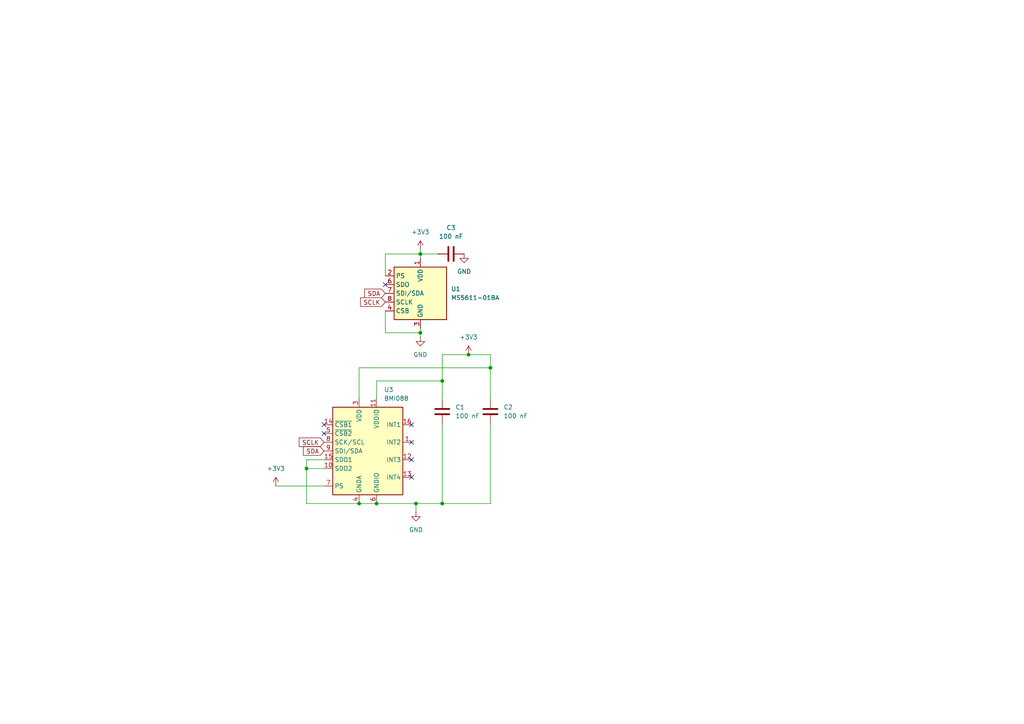
<source format=kicad_sch>
(kicad_sch (version 20250114) (generator "eeschema") (generator_version "9.0")
  (paper "A4")
  (lib_symbols
    (symbol "Device:C" (pin_numbers (hide yes)) (pin_names (offset 0.254))
      (property "Reference" "C" (at 0.635 2.54 0))
      (property "Value" "C" (at 0.635 -2.54 0))
      (symbol "C_0_1"
        (polyline (pts (xy -2.032 0.762) (xy 2.032 0.762)) (stroke (width 0.508)))
        (polyline (pts (xy -2.032 -0.762) (xy 2.032 -0.762)) (stroke (width 0.508)))
      )
      (symbol "C_1_1"
        (pin passive line (at 0 3.81 270) (length 2.794) (name "~") (number "1"))
        (pin passive line (at 0 -3.81 90) (length 2.794) (name "~") (number "2"))
      )
    )
    (symbol "Sensor_Motion:BMI088"
      (property "Reference" "U" (at -8.89 13.97 0))
      (property "Value" "BMI088" (at 8.89 13.97 0))
      (symbol "BMI088_1_1"
        (rectangle (start -10.16 12.7) (end 10.16 -12.7) (stroke (width 0.254)) (fill (type background)))
        (pin input line (at -12.7 7.62 0) (length 2.54) (name "~{CSB1}") (number "14"))
        (pin input line (at -12.7 5.08 0) (length 2.54) (name "~{CSB2}") (number "5"))
        (pin input line (at -12.7 2.54 0) (length 2.54) (name "SCK/SCL") (number "8"))
        (pin bidirectional line (at -12.7 0 0) (length 2.54) (name "SDI/SDA") (number "9"))
        (pin output line (at -12.7 -2.54 0) (length 2.54) (name "SDO1") (number "15"))
        (pin output line (at -12.7 -5.08 0) (length 2.54) (name "SDO2") (number "10"))
        (pin input line (at -12.7 -10.16 0) (length 2.54) (name "PS") (number "7"))
        (pin power_in line (at -2.54 15.24 270) (length 2.54) (name "VDD") (number "3"))
        (pin passive line (at -2.54 -15.24 90) (length 2.54) (hide yes) (name "GNDA") (number "2"))
        (pin power_in line (at -2.54 -15.24 90) (length 2.54) (name "GNDA") (number "4"))
        (pin power_in line (at 2.54 15.24 270) (length 2.54) (name "VDDIO") (number "11"))
        (pin power_in line (at 2.54 -15.24 90) (length 2.54) (name "GNDIO") (number "6"))
        (pin bidirectional line (at 12.7 7.62 180) (length 2.54) (name "INT1") (number "16"))
        (pin bidirectional line (at 12.7 2.54 180) (length 2.54) (name "INT2") (number "1"))
        (pin bidirectional line (at 12.7 -2.54 180) (length 2.54) (name "INT3") (number "12"))
        (pin bidirectional line (at 12.7 -7.62 180) (length 2.54) (name "INT4") (number "13"))
      )
    )
    (symbol "Sensor_Pressure:MS5611-01BA"
      (property "Reference" "U" (at -6.35 8.89 0))
      (property "Value" "MS5611-01BA" (at 7.62 8.89 0))
      (symbol "MS5611-01BA_0_1"
        (rectangle (start -7.62 7.62) (end 7.62 -7.62) (stroke (width 0.254)) (fill (type background)))
      )
      (symbol "MS5611-01BA_1_1"
        (pin input line (at -10.16 5.08 0) (length 2.54) (name "PS") (number "2"))
        (pin output line (at -10.16 2.54 0) (length 2.54) (name "SDO") (number "6"))
        (pin bidirectional line (at -10.16 0 0) (length 2.54) (name "SDI/SDA") (number "7"))
        (pin input line (at -10.16 -2.54 0) (length 2.54) (name "SCLK") (number "8"))
        (pin input line (at -10.16 -5.08 0) (length 2.54) (name "CSB") (number "4"))
        (pin input line (at -10.16 -5.08 0) (length 2.54) (hide yes) (name "CSB") (number "5"))
        (pin power_in line (at 0 10.16 270) (length 2.54) (name "VDD") (number "1"))
        (pin power_in line (at 0 -10.16 90) (length 2.54) (name "GND") (number "3"))
      )
    )
    (symbol "power:+3V3" (power) (pin_numbers (hide yes)) (pin_names (offset 0) (hide yes))
      (property "Value" "+3V3" (at 0 3.556 0))
      (symbol "+3V3_0_1"
        (polyline (pts (xy -0.762 1.27) (xy 0 2.54)))
        (polyline (pts (xy 0 2.54) (xy 0.762 1.27)))
        (polyline (pts (xy 0 0) (xy 0 2.54)))
      )
      (symbol "+3V3_1_1"
        (pin power_in line (at 0 0 90) (length 0) (name "~") (number "1"))
      )
    )
    (symbol "power:GND" (power) (pin_numbers (hide yes)) (pin_names (offset 0) (hide yes))
      (property "Value" "GND" (at 0 -3.81 0))
      (symbol "GND_0_1"
        (polyline (pts (xy 0 0) (xy 0 -1.27) (xy 1.27 -1.27) (xy 0 -2.54) (xy -1.27 -1.27) (xy 0 -1.27)))
      )
      (symbol "GND_1_1"
        (pin power_in line (at 0 0 270) (length 0) (name "~") (number "1"))
      )
    )
  )
  (junction (at 128.27 110.49))
  (junction (at 142.24 106.68))
  (junction (at 109.22 146.05))
  (junction (at 104.14 146.05))
  (junction (at 120.65 146.05))
  (junction (at 135.89 102.87))
  (junction (at 128.27 146.05))
  (junction (at 121.92 73.66))
  (junction (at 121.92 96.52))
  (junction (at 88.9 135.89))
  (no_connect (at 93.98 125.73))
  (no_connect (at 119.38 138.43))
  (no_connect (at 119.38 123.19))
  (no_connect (at 93.98 123.19))
  (no_connect (at 119.38 133.35))
  (no_connect (at 119.38 128.27))
  (no_connect (at 111.76 82.55))
  (wire (pts (xy 128.27 110.49) (xy 128.27 102.87)))
  (wire (pts (xy 121.92 73.66) (xy 127 73.66)))
  (wire (pts (xy 93.98 133.35) (xy 88.9 133.35)))
  (wire (pts (xy 142.24 106.68) (xy 142.24 102.87)))
  (wire (pts (xy 104.14 146.05) (xy 109.22 146.05)))
  (wire (pts (xy 142.24 115.57) (xy 142.24 106.68)))
  (wire (pts (xy 142.24 123.19) (xy 142.24 146.05)))
  (wire (pts (xy 88.9 135.89) (xy 88.9 146.05)))
  (wire (pts (xy 109.22 110.49) (xy 128.27 110.49)))
  (wire (pts (xy 111.76 96.52) (xy 121.92 96.52)))
  (wire (pts (xy 121.92 73.66) (xy 121.92 74.93)))
  (wire (pts (xy 121.92 95.25) (xy 121.92 96.52)))
  (wire (pts (xy 88.9 146.05) (xy 104.14 146.05)))
  (wire (pts (xy 109.22 115.57) (xy 109.22 110.49)))
  (wire (pts (xy 128.27 115.57) (xy 128.27 110.49)))
  (wire (pts (xy 120.65 146.05) (xy 120.65 148.59)))
  (wire (pts (xy 104.14 106.68) (xy 142.24 106.68)))
  (wire (pts (xy 121.92 72.39) (xy 121.92 73.66)))
  (wire (pts (xy 88.9 133.35) (xy 88.9 135.89)))
  (wire (pts (xy 128.27 102.87) (xy 135.89 102.87)))
  (wire (pts (xy 104.14 115.57) (xy 104.14 106.68)))
  (wire (pts (xy 142.24 146.05) (xy 128.27 146.05)))
  (wire (pts (xy 128.27 146.05) (xy 120.65 146.05)))
  (wire (pts (xy 109.22 146.05) (xy 120.65 146.05)))
  (wire (pts (xy 135.89 102.87) (xy 142.24 102.87)))
  (wire (pts (xy 93.98 140.97) (xy 80.01 140.97)))
  (wire (pts (xy 111.76 80.01) (xy 111.76 73.66)))
  (wire (pts (xy 111.76 90.17) (xy 111.76 96.52)))
  (wire (pts (xy 93.98 135.89) (xy 88.9 135.89)))
  (wire (pts (xy 128.27 123.19) (xy 128.27 146.05)))
  (wire (pts (xy 121.92 96.52) (xy 121.92 97.79)))
  (wire (pts (xy 111.76 73.66) (xy 121.92 73.66)))
  (global_label "SCLK" (shape input) (at 93.98 128.27 180) (property "Intersheetrefs" "${INTERSHEET_REFS}" (effects (hide yes))))
  (global_label "SDA" (shape input) (at 93.98 130.81 180) (property "Intersheetrefs" "${INTERSHEET_REFS}" (effects (hide yes))))
  (global_label "SDA" (shape input) (at 111.76 85.09 180) (property "Intersheetrefs" "${INTERSHEET_REFS}" (effects (hide yes))))
  (global_label "SCLK" (shape input) (at 111.76 87.63 180) (property "Intersheetrefs" "${INTERSHEET_REFS}" (effects (hide yes))))
  (symbol (lib_id "Device:C") (at 128.27 119.38 180) (unit 1)
    (property "Reference" "C1" (at 132.08 118.1099 0) (effects (justify right)))
    (property "Value" "100 nF" (at 132.08 120.6499 0) (effects (justify right)))
    (property "Footprint" "Capacitor_SMD:C_0603_1608Metric" (effects (hide yes)))
    (property "Description" "Unpolarized capacitor" (effects (hide yes)))
  )
  (symbol (lib_id "power:+3V3") (at 135.89 102.87 0) (unit 1)
    (property "Reference" "#PWR04" (effects (hide yes)))
    (property "Value" "+3V3" (at 135.89 97.79 0))
    (property "Description" "Power symbol creates a global label with name \"+3V3\"" (effects (hide yes)))
  )
  (symbol (lib_id "power:GND") (at 134.62 73.66 0) (unit 1)
    (property "Reference" "#PWR09" (effects (hide yes)))
    (property "Value" "GND" (at 134.62 78.74 0))
    (property "Description" "Power symbol creates a global label with name \"GND\" , ground" (effects (hide yes)))
  )
  (symbol (lib_id "power:GND") (at 120.65 148.59 0) (unit 1)
    (property "Reference" "#PWR06" (effects (hide yes)))
    (property "Value" "GND" (at 120.65 153.67 0))
    (property "Description" "Power symbol creates a global label with name \"GND\" , ground" (effects (hide yes)))
  )
  (symbol (lib_id "power:GND") (at 121.92 97.79 0) (unit 1)
    (property "Reference" "#PWR05" (effects (hide yes)))
    (property "Value" "GND" (at 121.92 102.87 0))
    (property "Description" "Power symbol creates a global label with name \"GND\" , ground" (effects (hide yes)))
  )
  (symbol (lib_id "power:+3V3") (at 121.92 72.39 0) (unit 1)
    (property "Reference" "#PWR03" (effects (hide yes)))
    (property "Value" "+3V3" (at 121.92 67.31 0))
    (property "Description" "Power symbol creates a global label with name \"+3V3\"" (effects (hide yes)))
  )
  (symbol (lib_id "power:+3V3") (at 80.01 140.97 0) (unit 1)
    (property "Reference" "#PWR07" (effects (hide yes)))
    (property "Value" "+3V3" (at 80.01 135.89 0))
    (property "Description" "Power symbol creates a global label with name \"+3V3\"" (effects (hide yes)))
  )
  (symbol (lib_id "Sensor_Motion:BMI088") (at 106.68 130.81 0) (unit 1)
    (property "Reference" "U3" (at 111.3633 113.03 0) (effects (justify left)))
    (property "Value" "BMI088" (at 111.3633 115.57 0) (effects (justify left)))
    (property "Footprint" "Package_LGA:Bosch_LGA-16_4.5x3mm_P0.5mm_LayoutBorder7x1y_ClockwisePinNumbering" (effects (hide yes)))
    (property "Datasheet" "https://www.bosch-sensortec.com/media/boschsensortec/downloads/datasheets/bst-bmi088-ds001.pdf" (effects (hide yes)))
    (property "Description" "Accelerometer, Gyroscope, 6-Axis Sensor, I2C / SPI interface, LGA-16" (effects (hide yes)))
  )
  (symbol (lib_id "Device:C") (at 142.24 119.38 0) (unit 1)
    (property "Reference" "C2" (at 146.05 118.1099 0) (effects (justify left)))
    (property "Value" "100 nF" (at 146.05 120.6499 0) (effects (justify left)))
    (property "Footprint" "Capacitor_SMD:C_0603_1608Metric" (effects (hide yes)))
    (property "Description" "Unpolarized capacitor" (effects (hide yes)))
  )
  (symbol (lib_id "Device:C") (at 130.81 73.66 90) (unit 1)
    (property "Reference" "C3" (at 130.81 66.04 90))
    (property "Value" "100 nF" (at 130.81 68.58 90))
    (property "Footprint" "Capacitor_SMD:C_0603_1608Metric" (effects (hide yes)))
    (property "Description" "Unpolarized capacitor" (effects (hide yes)))
  )
  (symbol (lib_id "Sensor_Pressure:MS5611-01BA") (at 121.92 85.09 0) (unit 1)
    (property "Reference" "U1" (at 130.81 83.8199 0) (effects (justify left)))
    (property "Value" "MS5611-01BA" (at 130.81 86.3599 0) (effects (justify left)))
    (property "Footprint" "Package_LGA:LGA-8_3x5mm_P1.25mm" (effects (hide yes)))
    (property "Datasheet" "https://www.te.com/commerce/DocumentDelivery/DDEController?Action=srchrtrv&DocNm=MS5611-01BA03&DocType=Data+Sheet&DocLang=English" (effects (hide yes)))
    (property "Description" "Barometric pressure sensor, 10cm resolution, 10 to 1200 mbar, I2C and SPI interface up to 20MHz, LGA-8" (effects (hide yes)))
  )
)
</source>
